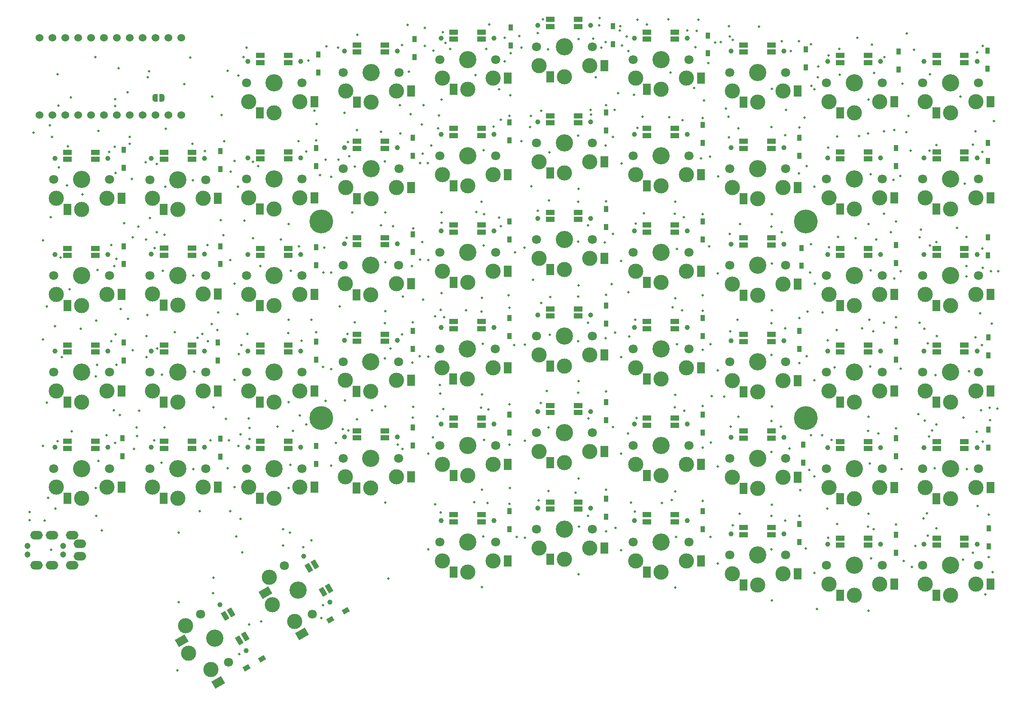
<source format=gts>
G04 #@! TF.GenerationSoftware,KiCad,Pcbnew,8.0.6*
G04 #@! TF.CreationDate,2025-03-07T23:33:48+01:00*
G04 #@! TF.ProjectId,NomadKeyboard,4e6f6d61-644b-4657-9962-6f6172642e6b,rev?*
G04 #@! TF.SameCoordinates,Original*
G04 #@! TF.FileFunction,Soldermask,Top*
G04 #@! TF.FilePolarity,Negative*
%FSLAX46Y46*%
G04 Gerber Fmt 4.6, Leading zero omitted, Abs format (unit mm)*
G04 Created by KiCad (PCBNEW 8.0.6) date 2025-03-07 23:33:48*
%MOMM*%
%LPD*%
G01*
G04 APERTURE LIST*
G04 Aperture macros list*
%AMRotRect*
0 Rectangle, with rotation*
0 The origin of the aperture is its center*
0 $1 length*
0 $2 width*
0 $3 Rotation angle, in degrees counterclockwise*
0 Add horizontal line*
21,1,$1,$2,0,0,$3*%
%AMFreePoly0*
4,1,19,0.500000,-0.750000,0.000000,-0.750000,0.000000,-0.744911,-0.071157,-0.744911,-0.207708,-0.704816,-0.327430,-0.627875,-0.420627,-0.520320,-0.479746,-0.390866,-0.500000,-0.250000,-0.500000,0.250000,-0.479746,0.390866,-0.420627,0.520320,-0.327430,0.627875,-0.207708,0.704816,-0.071157,0.744911,0.000000,0.744911,0.000000,0.750000,0.500000,0.750000,0.500000,-0.750000,0.500000,-0.750000,
$1*%
%AMFreePoly1*
4,1,19,0.000000,0.744911,0.071157,0.744911,0.207708,0.704816,0.327430,0.627875,0.420627,0.520320,0.479746,0.390866,0.500000,0.250000,0.500000,-0.250000,0.479746,-0.390866,0.420627,-0.520320,0.327430,-0.627875,0.207708,-0.704816,0.071157,-0.744911,0.000000,-0.744911,0.000000,-0.750000,-0.500000,-0.750000,-0.500000,0.750000,0.000000,0.750000,0.000000,0.744911,0.000000,0.744911,
$1*%
G04 Aperture macros list end*
%ADD10C,1.200000*%
%ADD11O,2.500000X1.700000*%
%ADD12R,0.950000X1.300000*%
%ADD13RotRect,1.300000X0.950000X210.000000*%
%ADD14C,1.800000*%
%ADD15C,1.000000*%
%ADD16C,3.000000*%
%ADD17C,3.400000*%
%ADD18R,1.700000X1.000000*%
%ADD19R,1.600000X2.200000*%
%ADD20RotRect,1.700000X1.000000X120.000000*%
%ADD21RotRect,1.600000X2.200000X120.000000*%
%ADD22C,4.700000*%
%ADD23FreePoly0,0.000000*%
%ADD24FreePoly1,0.000000*%
%ADD25C,1.524000*%
%ADD26C,0.500000*%
G04 APERTURE END LIST*
D10*
X52839120Y-126177640D03*
X59839120Y-126177640D03*
X52839120Y-124427640D03*
X59839120Y-124427640D03*
D11*
X61639120Y-128277640D03*
X61639120Y-122327640D03*
X57639120Y-128277640D03*
X57639120Y-122327640D03*
X54639120Y-128277640D03*
X54639120Y-122327640D03*
X63139120Y-126527640D03*
X63139120Y-124077640D03*
D12*
X109759120Y-46007640D03*
X109759120Y-49557640D03*
X128809120Y-43967640D03*
X128809120Y-47517640D03*
X147859100Y-40930100D03*
X147859100Y-44480100D03*
X166919120Y-38927640D03*
X166919120Y-42477640D03*
X185949120Y-41417640D03*
X185949120Y-44967640D03*
X205009120Y-43947640D03*
X205009120Y-47497640D03*
X109738200Y-84130300D03*
X109738200Y-87680300D03*
D13*
X99091315Y-146770140D03*
X96016925Y-148545140D03*
X115581315Y-137230140D03*
X112506925Y-139005140D03*
D12*
X147859100Y-117630100D03*
X147859100Y-121180100D03*
D14*
X106989100Y-52102600D03*
D15*
X106709100Y-47902600D03*
D16*
X106489100Y-55802600D03*
X101489100Y-58002600D03*
D17*
X101489100Y-52102600D03*
D16*
X96489100Y-55802600D03*
D15*
X96269100Y-47902600D03*
D14*
X95989100Y-52102600D03*
D18*
X98739100Y-48103600D03*
X98739100Y-46703600D03*
X104239100Y-46703600D03*
X104239100Y-48103600D03*
D19*
X98689100Y-58002600D03*
X109389100Y-55802600D03*
D14*
X164150000Y-45000000D03*
D15*
X163870000Y-40800000D03*
D16*
X163650000Y-48700000D03*
X158650000Y-50900000D03*
D17*
X158650000Y-45000000D03*
D16*
X153650000Y-48700000D03*
D15*
X153430000Y-40800000D03*
D14*
X153150000Y-45000000D03*
D18*
X155900000Y-41001000D03*
X155900000Y-39601000D03*
X161400000Y-39601000D03*
X161400000Y-41001000D03*
D19*
X155850000Y-50900000D03*
X166550000Y-48700000D03*
D14*
X106989100Y-90202600D03*
D15*
X106709100Y-86002600D03*
D16*
X106489100Y-93902600D03*
X101489100Y-96102600D03*
D17*
X101489100Y-90202600D03*
D16*
X96489100Y-93902600D03*
D15*
X96269100Y-86002600D03*
D14*
X95989100Y-90202600D03*
D18*
X98739100Y-86203600D03*
X98739100Y-84803600D03*
X104239100Y-84803600D03*
X104239100Y-86203600D03*
D19*
X98689100Y-96102600D03*
X109389100Y-93902600D03*
D14*
X126039100Y-69052600D03*
D15*
X125759100Y-64852600D03*
D16*
X125539100Y-72752600D03*
X120539100Y-74952600D03*
D17*
X120539100Y-69052600D03*
D16*
X115539100Y-72752600D03*
D15*
X115319100Y-64852600D03*
D14*
X115039100Y-69052600D03*
D18*
X117789100Y-65053600D03*
X117789100Y-63653600D03*
X123289100Y-63653600D03*
X123289100Y-65053600D03*
D19*
X117739100Y-74952600D03*
X128439100Y-72752600D03*
D14*
X108973700Y-137910740D03*
D15*
X112471007Y-135568253D03*
D16*
X105519406Y-139327727D03*
X101114150Y-136097600D03*
D17*
X106223700Y-133147600D03*
D16*
X100519406Y-130667473D03*
D15*
X107251007Y-126526947D03*
D14*
X103473700Y-128384460D03*
D20*
X108311936Y-128766530D03*
X109524371Y-128066530D03*
X112274371Y-132829670D03*
X111061936Y-133529670D03*
D21*
X99714150Y-133672729D03*
X106969406Y-141839201D03*
D14*
X164150000Y-102150000D03*
D15*
X163870000Y-97950000D03*
D16*
X163650000Y-105850000D03*
X158650000Y-108050000D03*
D17*
X158650000Y-102150000D03*
D16*
X153650000Y-105850000D03*
D15*
X153430000Y-97950000D03*
D14*
X153150000Y-102150000D03*
D18*
X155900000Y-98151000D03*
X155900000Y-96751000D03*
X161400000Y-96751000D03*
X161400000Y-98151000D03*
D19*
X155850000Y-108050000D03*
X166550000Y-105850000D03*
D14*
X202250000Y-107202600D03*
D15*
X201970000Y-103002600D03*
D16*
X201750000Y-110902600D03*
X196750000Y-113102600D03*
D17*
X196750000Y-107202600D03*
D16*
X191750000Y-110902600D03*
D15*
X191530000Y-103002600D03*
D14*
X191250000Y-107202600D03*
D18*
X194000000Y-103203600D03*
X194000000Y-101803600D03*
X199500000Y-101803600D03*
X199500000Y-103203600D03*
D19*
X193950000Y-113102600D03*
X204650000Y-110902600D03*
D14*
X164149100Y-121202600D03*
D15*
X163869100Y-117002600D03*
D16*
X163649100Y-124902600D03*
X158649100Y-127102600D03*
D17*
X158649100Y-121202600D03*
D16*
X153649100Y-124902600D03*
D15*
X153429100Y-117002600D03*
D14*
X153149100Y-121202600D03*
D18*
X155899100Y-117203600D03*
X155899100Y-115803600D03*
X161399100Y-115803600D03*
X161399100Y-117203600D03*
D19*
X155849100Y-127102600D03*
X166549100Y-124902600D03*
D14*
X202249100Y-69102600D03*
D15*
X201969100Y-64902600D03*
D16*
X201749100Y-72802600D03*
X196749100Y-75002600D03*
D17*
X196749100Y-69102600D03*
D16*
X191749100Y-72802600D03*
D15*
X191529100Y-64902600D03*
D14*
X191249100Y-69102600D03*
D18*
X193999100Y-65103600D03*
X193999100Y-63703600D03*
X199499100Y-63703600D03*
X199499100Y-65103600D03*
D19*
X193949100Y-75002600D03*
X204649100Y-72802600D03*
D14*
X221299100Y-90202600D03*
D15*
X221019100Y-86002600D03*
D16*
X220799100Y-93902600D03*
X215799100Y-96102600D03*
D17*
X215799100Y-90202600D03*
D16*
X210799100Y-93902600D03*
D15*
X210579100Y-86002600D03*
D14*
X210299100Y-90202600D03*
D18*
X213049100Y-86203600D03*
X213049100Y-84803600D03*
X218549100Y-84803600D03*
X218549100Y-86203600D03*
D19*
X212999100Y-96102600D03*
X223699100Y-93902600D03*
D14*
X221299100Y-109252600D03*
D15*
X221019100Y-105052600D03*
D16*
X220799100Y-112952600D03*
X215799100Y-115152600D03*
D17*
X215799100Y-109252600D03*
D16*
X210799100Y-112952600D03*
D15*
X210579100Y-105052600D03*
D14*
X210299100Y-109252600D03*
D18*
X213049100Y-105253600D03*
X213049100Y-103853600D03*
X218549100Y-103853600D03*
X218549100Y-105253600D03*
D19*
X212999100Y-115152600D03*
X223699100Y-112952600D03*
D22*
X206275000Y-60475000D03*
D12*
X109779120Y-65557640D03*
X109779120Y-69107640D03*
X128809120Y-62957640D03*
X128809120Y-66507640D03*
X147869100Y-60487600D03*
X147869100Y-64037600D03*
X166909100Y-57967600D03*
X166909100Y-61517600D03*
X185969100Y-60460100D03*
X185969100Y-64010100D03*
X205409120Y-65667640D03*
X205409120Y-69217640D03*
D14*
X183199100Y-47502600D03*
D15*
X182919100Y-43302600D03*
D16*
X182699100Y-51202600D03*
X177699100Y-53402600D03*
D17*
X177699100Y-47502600D03*
D16*
X172699100Y-51202600D03*
D15*
X172479100Y-43302600D03*
D14*
X172199100Y-47502600D03*
D18*
X174949100Y-43503600D03*
X174949100Y-42103600D03*
X180449100Y-42103600D03*
X180449100Y-43503600D03*
D19*
X174899100Y-53402600D03*
X185599100Y-51202600D03*
D14*
X164149100Y-64052600D03*
D15*
X163869100Y-59852600D03*
D16*
X163649100Y-67752600D03*
X158649100Y-69952600D03*
D17*
X158649100Y-64052600D03*
D16*
X153649100Y-67752600D03*
D15*
X153429100Y-59852600D03*
D14*
X153149100Y-64052600D03*
D18*
X155899100Y-60053600D03*
X155899100Y-58653600D03*
X161399100Y-58653600D03*
X161399100Y-60053600D03*
D19*
X155849100Y-69952600D03*
X166549100Y-67752600D03*
D14*
X145099100Y-66552600D03*
D15*
X144819100Y-62352600D03*
D16*
X144599100Y-70252600D03*
X139599100Y-72452600D03*
D17*
X139599100Y-66552600D03*
D16*
X134599100Y-70252600D03*
D15*
X134379100Y-62352600D03*
D14*
X134099100Y-66552600D03*
D18*
X136849100Y-62553600D03*
X136849100Y-61153600D03*
X142349100Y-61153600D03*
X142349100Y-62553600D03*
D19*
X136799100Y-72452600D03*
X147499100Y-70252600D03*
D14*
X183199100Y-85601600D03*
D15*
X182919100Y-81401600D03*
D16*
X182699100Y-89301600D03*
X177699100Y-91501600D03*
D17*
X177699100Y-85601600D03*
D16*
X172699100Y-89301600D03*
D15*
X172479100Y-81401600D03*
D14*
X172199100Y-85601600D03*
D18*
X174949100Y-81602600D03*
X174949100Y-80202600D03*
X180449100Y-80202600D03*
X180449100Y-81602600D03*
D19*
X174899100Y-91501600D03*
X185599100Y-89301600D03*
D14*
X202249100Y-50051600D03*
D15*
X201969100Y-45851600D03*
D16*
X201749100Y-53751600D03*
X196749100Y-55951600D03*
D17*
X196749100Y-50051600D03*
D16*
X191749100Y-53751600D03*
D15*
X191529100Y-45851600D03*
D14*
X191249100Y-50051600D03*
D18*
X193999100Y-46052600D03*
X193999100Y-44652600D03*
X199499100Y-44652600D03*
X199499100Y-46052600D03*
D19*
X193949100Y-55951600D03*
X204649100Y-53751600D03*
D14*
X106989100Y-71148400D03*
D15*
X106709100Y-66948400D03*
D16*
X106489100Y-74848400D03*
X101489100Y-77048400D03*
D17*
X101489100Y-71148400D03*
D16*
X96489100Y-74848400D03*
D15*
X96269100Y-66948400D03*
D14*
X95989100Y-71148400D03*
D18*
X98739100Y-67149400D03*
X98739100Y-65749400D03*
X104239100Y-65749400D03*
X104239100Y-67149400D03*
D19*
X98689100Y-77048400D03*
X109389100Y-74848400D03*
D14*
X221299100Y-128301600D03*
D15*
X221019100Y-124101600D03*
D16*
X220799100Y-132001600D03*
X215799100Y-134201600D03*
D17*
X215799100Y-128301600D03*
D16*
X210799100Y-132001600D03*
D15*
X210579100Y-124101600D03*
D14*
X210299100Y-128301600D03*
D18*
X213049100Y-124302600D03*
X213049100Y-122902600D03*
X218549100Y-122902600D03*
X218549100Y-124302600D03*
D19*
X212999100Y-134201600D03*
X223699100Y-132001600D03*
D14*
X183199100Y-66551600D03*
D15*
X182919100Y-62351600D03*
D16*
X182699100Y-70251600D03*
X177699100Y-72451600D03*
D17*
X177699100Y-66551600D03*
D16*
X172699100Y-70251600D03*
D15*
X172479100Y-62351600D03*
D14*
X172199100Y-66551600D03*
D18*
X174949100Y-62552600D03*
X174949100Y-61152600D03*
X180449100Y-61152600D03*
X180449100Y-62552600D03*
D19*
X174899100Y-72451600D03*
X185599100Y-70251600D03*
D14*
X183200000Y-104650000D03*
D15*
X182920000Y-100450000D03*
D16*
X182700000Y-108350000D03*
X177700000Y-110550000D03*
D17*
X177700000Y-104650000D03*
D16*
X172700000Y-108350000D03*
D15*
X172480000Y-100450000D03*
D14*
X172200000Y-104650000D03*
D18*
X174950000Y-100651000D03*
X174950000Y-99251000D03*
X180450000Y-99251000D03*
X180450000Y-100651000D03*
D19*
X174900000Y-110550000D03*
X185600000Y-108350000D03*
D14*
X202249100Y-126252600D03*
D15*
X201969100Y-122052600D03*
D16*
X201749100Y-129952600D03*
X196749100Y-132152600D03*
D17*
X196749100Y-126252600D03*
D16*
X191749100Y-129952600D03*
D15*
X191529100Y-122052600D03*
D14*
X191249100Y-126252600D03*
D18*
X193999100Y-122253600D03*
X193999100Y-120853600D03*
X199499100Y-120853600D03*
X199499100Y-122253600D03*
D19*
X193949100Y-132152600D03*
X204649100Y-129952600D03*
D14*
X164149100Y-83102600D03*
D15*
X163869100Y-78902600D03*
D16*
X163649100Y-86802600D03*
X158649100Y-89002600D03*
D17*
X158649100Y-83102600D03*
D16*
X153649100Y-86802600D03*
D15*
X153429100Y-78902600D03*
D14*
X153149100Y-83102600D03*
D18*
X155899100Y-79103600D03*
X155899100Y-77703600D03*
X161399100Y-77703600D03*
X161399100Y-79103600D03*
D19*
X155849100Y-89002600D03*
X166549100Y-86802600D03*
D14*
X145100000Y-47500000D03*
D15*
X144820000Y-43300000D03*
D16*
X144600000Y-51200000D03*
X139600000Y-53400000D03*
D17*
X139600000Y-47500000D03*
D16*
X134600000Y-51200000D03*
D15*
X134380000Y-43300000D03*
D14*
X134100000Y-47500000D03*
D18*
X136850000Y-43501000D03*
X136850000Y-42101000D03*
X142350000Y-42101000D03*
X142350000Y-43501000D03*
D19*
X136800000Y-53400000D03*
X147500000Y-51200000D03*
D12*
X166909100Y-115117600D03*
X166909100Y-118667600D03*
D14*
X126039100Y-88102600D03*
D15*
X125759100Y-83902600D03*
D16*
X125539100Y-91802600D03*
X120539100Y-94002600D03*
D17*
X120539100Y-88102600D03*
D16*
X115539100Y-91802600D03*
D15*
X115319100Y-83902600D03*
D14*
X115039100Y-88102600D03*
D18*
X117789100Y-84103600D03*
X117789100Y-82703600D03*
X123289100Y-82703600D03*
X123289100Y-84103600D03*
D19*
X117739100Y-94002600D03*
X128439100Y-91802600D03*
D22*
X206275000Y-99225000D03*
D12*
X147849100Y-79530100D03*
X147849100Y-83080100D03*
X166919100Y-77037600D03*
X166919100Y-80587600D03*
X185929100Y-79537600D03*
X185929100Y-83087600D03*
X205009100Y-82017600D03*
X205009100Y-85567600D03*
X185959100Y-117630100D03*
X185959100Y-121180100D03*
X204999100Y-120127600D03*
X204999100Y-123677600D03*
X205769120Y-104447640D03*
X205769120Y-107997640D03*
X128789100Y-101087600D03*
X128789100Y-104637600D03*
X147849100Y-98580100D03*
X147849100Y-102130100D03*
X166909100Y-96080100D03*
X166909100Y-99630100D03*
X185949120Y-98562640D03*
X185949120Y-102112640D03*
X128799100Y-82027600D03*
X128799100Y-85577600D03*
X224049100Y-122246600D03*
X224049100Y-125796600D03*
D14*
X126039100Y-107151600D03*
D15*
X125759100Y-102951600D03*
D16*
X125539100Y-110851600D03*
X120539100Y-113051600D03*
D17*
X120539100Y-107151600D03*
D16*
X115539100Y-110851600D03*
D15*
X115319100Y-102951600D03*
D14*
X115039100Y-107151600D03*
D18*
X117789100Y-103152600D03*
X117789100Y-101752600D03*
X123289100Y-101752600D03*
X123289100Y-103152600D03*
D19*
X117739100Y-113051600D03*
X128439100Y-110851600D03*
D22*
X110775000Y-60475000D03*
X110775000Y-99225000D03*
D14*
X240299100Y-128301600D03*
D15*
X240019100Y-124101600D03*
D16*
X239799100Y-132001600D03*
X234799100Y-134201600D03*
D17*
X234799100Y-128301600D03*
D16*
X229799100Y-132001600D03*
D15*
X229579100Y-124101600D03*
D14*
X229299100Y-128301600D03*
D18*
X232049100Y-124302600D03*
X232049100Y-122902600D03*
X237549100Y-122902600D03*
X237549100Y-124302600D03*
D19*
X231999100Y-134201600D03*
X242699100Y-132001600D03*
D12*
X242339120Y-121027640D03*
X242339120Y-124577640D03*
D14*
X87989120Y-90202640D03*
D15*
X87709120Y-86002640D03*
D16*
X87489120Y-93902640D03*
X82489120Y-96102640D03*
D17*
X82489120Y-90202640D03*
D16*
X77489120Y-93902640D03*
D15*
X77269120Y-86002640D03*
D14*
X76989120Y-90202640D03*
D18*
X79739120Y-86203640D03*
X79739120Y-84803640D03*
X85239120Y-84803640D03*
X85239120Y-86203640D03*
D19*
X79689120Y-96102640D03*
X90389120Y-93902640D03*
D14*
X221299100Y-71151600D03*
D15*
X221019100Y-66951600D03*
D16*
X220799100Y-74851600D03*
X215799100Y-77051600D03*
D17*
X215799100Y-71151600D03*
D16*
X210799100Y-74851600D03*
D15*
X210579100Y-66951600D03*
D14*
X210299100Y-71151600D03*
D18*
X213049100Y-67152600D03*
X213049100Y-65752600D03*
X218549100Y-65752600D03*
X218549100Y-67152600D03*
D19*
X212999100Y-77051600D03*
X223699100Y-74851600D03*
D12*
X224539120Y-26952640D03*
X224539120Y-30502640D03*
D14*
X87989120Y-71102640D03*
D15*
X87709120Y-66902640D03*
D16*
X87489120Y-74802640D03*
X82489120Y-77002640D03*
D17*
X82489120Y-71102640D03*
D16*
X77489120Y-74802640D03*
D15*
X77269120Y-66902640D03*
D14*
X76989120Y-71102640D03*
D18*
X79739120Y-67103640D03*
X79739120Y-65703640D03*
X85239120Y-65703640D03*
X85239120Y-67103640D03*
D19*
X79689120Y-77002640D03*
X90389120Y-74802640D03*
D12*
X242239120Y-101527640D03*
X242239120Y-105077640D03*
D14*
X106989100Y-109202600D03*
D15*
X106709100Y-105002600D03*
D16*
X106489100Y-112902600D03*
X101489100Y-115102600D03*
D17*
X101489100Y-109202600D03*
D16*
X96489100Y-112902600D03*
D15*
X96269100Y-105002600D03*
D14*
X95989100Y-109202600D03*
D18*
X98739100Y-105203600D03*
X98739100Y-103803600D03*
X104239100Y-103803600D03*
X104239100Y-105203600D03*
D19*
X98689100Y-115102600D03*
X109389100Y-112902600D03*
D12*
X110139120Y-27552640D03*
X110139120Y-31102640D03*
X71539120Y-103227640D03*
X71539120Y-106777640D03*
X186939120Y-23752640D03*
X186939120Y-27302640D03*
D14*
X164150000Y-26000000D03*
D15*
X163870000Y-21800000D03*
D16*
X163650000Y-29700000D03*
X158650000Y-31900000D03*
D17*
X158650000Y-26000000D03*
D16*
X153650000Y-29700000D03*
D15*
X153430000Y-21800000D03*
D14*
X153150000Y-26000000D03*
D18*
X155900000Y-22001000D03*
X155900000Y-20601000D03*
X161400000Y-20601000D03*
X161400000Y-22001000D03*
D19*
X155850000Y-31900000D03*
X166550000Y-29700000D03*
D14*
X240299100Y-71151600D03*
D15*
X240019100Y-66951600D03*
D16*
X239799100Y-74851600D03*
X234799100Y-77051600D03*
D17*
X234799100Y-71151600D03*
D16*
X229799100Y-74851600D03*
D15*
X229579100Y-66951600D03*
D14*
X229299100Y-71151600D03*
D18*
X232049100Y-67152600D03*
X232049100Y-65752600D03*
X237549100Y-65752600D03*
X237549100Y-67152600D03*
D19*
X231999100Y-77051600D03*
X242699100Y-74851600D03*
D14*
X202249100Y-88152600D03*
D15*
X201969100Y-83952600D03*
D16*
X201749100Y-91852600D03*
X196749100Y-94052600D03*
D17*
X196749100Y-88152600D03*
D16*
X191749100Y-91852600D03*
D15*
X191529100Y-83952600D03*
D14*
X191249100Y-88152600D03*
D18*
X193999100Y-84153600D03*
X193999100Y-82753600D03*
X199499100Y-82753600D03*
X199499100Y-84153600D03*
D19*
X193949100Y-94052600D03*
X204649100Y-91852600D03*
D12*
X224059100Y-84156600D03*
X224059100Y-87706600D03*
X71839120Y-84327640D03*
X71839120Y-87877640D03*
D14*
X68999120Y-109202640D03*
D15*
X68719120Y-105002640D03*
D16*
X68499120Y-112902640D03*
X63499120Y-115102640D03*
D17*
X63499120Y-109202640D03*
D16*
X58499120Y-112902640D03*
D15*
X58279120Y-105002640D03*
D14*
X57999120Y-109202640D03*
D18*
X60749120Y-105203640D03*
X60749120Y-103803640D03*
X66249120Y-103803640D03*
X66249120Y-105203640D03*
D19*
X60699120Y-115102640D03*
X71399120Y-112902640D03*
D14*
X240299100Y-109252600D03*
D15*
X240019100Y-105052600D03*
D16*
X239799100Y-112952600D03*
X234799100Y-115152600D03*
D17*
X234799100Y-109252600D03*
D16*
X229799100Y-112952600D03*
D15*
X229579100Y-105052600D03*
D14*
X229299100Y-109252600D03*
D18*
X232049100Y-105253600D03*
X232049100Y-103853600D03*
X237549100Y-103853600D03*
X237549100Y-105253600D03*
D19*
X231999100Y-115152600D03*
X242699100Y-112952600D03*
D12*
X206239120Y-26527640D03*
X206239120Y-30077640D03*
D14*
X145100000Y-28500000D03*
D15*
X144820000Y-24300000D03*
D16*
X144600000Y-32200000D03*
X139600000Y-34400000D03*
D17*
X139600000Y-28500000D03*
D16*
X134600000Y-32200000D03*
D15*
X134380000Y-24300000D03*
D14*
X134100000Y-28500000D03*
D18*
X136850000Y-24501000D03*
X136850000Y-23101000D03*
X142350000Y-23101000D03*
X142350000Y-24501000D03*
D19*
X136800000Y-34400000D03*
X147500000Y-32200000D03*
D14*
X126049100Y-31052600D03*
D15*
X125769100Y-26852600D03*
D16*
X125549100Y-34752600D03*
X120549100Y-36952600D03*
D17*
X120549100Y-31052600D03*
D16*
X115549100Y-34752600D03*
D15*
X115329100Y-26852600D03*
D14*
X115049100Y-31052600D03*
D18*
X117799100Y-27053600D03*
X117799100Y-25653600D03*
X123299100Y-25653600D03*
X123299100Y-27053600D03*
D19*
X117749100Y-36952600D03*
X128449100Y-34752600D03*
D14*
X145089100Y-85602600D03*
D15*
X144809100Y-81402600D03*
D16*
X144589100Y-89302600D03*
X139589100Y-91502600D03*
D17*
X139589100Y-85602600D03*
D16*
X134589100Y-89302600D03*
D15*
X134369100Y-81402600D03*
D14*
X134089100Y-85602600D03*
D18*
X136839100Y-81603600D03*
X136839100Y-80203600D03*
X142339100Y-80203600D03*
X142339100Y-81603600D03*
D19*
X136789100Y-91502600D03*
X147489100Y-89302600D03*
D12*
X90339120Y-84327640D03*
X90339120Y-87877640D03*
X242039120Y-26727640D03*
X242039120Y-30277640D03*
D14*
X183199100Y-28502600D03*
D15*
X182919100Y-24302600D03*
D16*
X182699100Y-32202600D03*
X177699100Y-34402600D03*
D17*
X177699100Y-28502600D03*
D16*
X172699100Y-32202600D03*
D15*
X172479100Y-24302600D03*
D14*
X172199100Y-28502600D03*
D18*
X174949100Y-24503600D03*
X174949100Y-23103600D03*
X180449100Y-23103600D03*
X180449100Y-24503600D03*
D19*
X174899100Y-34402600D03*
X185599100Y-32202600D03*
D12*
X168239120Y-21952640D03*
X168239120Y-25502640D03*
D14*
X68989120Y-52191100D03*
D15*
X68709120Y-47991100D03*
D16*
X68489120Y-55891100D03*
X63489120Y-58091100D03*
D17*
X63489120Y-52191100D03*
D16*
X58489120Y-55891100D03*
D15*
X58269120Y-47991100D03*
D14*
X57989120Y-52191100D03*
D18*
X60739120Y-48192100D03*
X60739120Y-46792100D03*
X66239120Y-46792100D03*
X66239120Y-48192100D03*
D19*
X60689120Y-58091100D03*
X71389120Y-55891100D03*
D12*
X71839120Y-65327640D03*
X71839120Y-68877640D03*
D14*
X221299100Y-52102600D03*
D15*
X221019100Y-47902600D03*
D16*
X220799100Y-55802600D03*
X215799100Y-58002600D03*
D17*
X215799100Y-52102600D03*
D16*
X210799100Y-55802600D03*
D15*
X210579100Y-47902600D03*
D14*
X210299100Y-52102600D03*
D18*
X213049100Y-48103600D03*
X213049100Y-46703600D03*
X218549100Y-46703600D03*
X218549100Y-48103600D03*
D19*
X212999100Y-58002600D03*
X223699100Y-55802600D03*
D12*
X242139120Y-63627640D03*
X242139120Y-67177640D03*
X109739120Y-104727640D03*
X109739120Y-108277640D03*
D23*
X78039120Y-36102640D03*
D24*
X79339120Y-36102640D03*
D25*
X55239120Y-24182640D03*
X57779120Y-24182640D03*
X60319120Y-24182640D03*
X62859120Y-24182640D03*
X65399120Y-24182640D03*
X67939120Y-24182640D03*
X70479120Y-24182640D03*
X73019120Y-24182640D03*
X75559120Y-24182640D03*
X78099120Y-24182640D03*
X80639120Y-24182640D03*
X83179120Y-24182640D03*
X83179120Y-39422640D03*
X80639120Y-39422640D03*
X78099120Y-39422640D03*
X75559120Y-39422640D03*
X73019120Y-39422640D03*
X70479120Y-39422640D03*
X67939120Y-39422640D03*
X65399120Y-39422640D03*
X62859120Y-39422640D03*
X60319120Y-39422640D03*
X57779120Y-39422640D03*
X55239120Y-39422640D03*
D12*
X129139120Y-24452640D03*
X129139120Y-28002640D03*
D14*
X240299100Y-52102600D03*
D15*
X240019100Y-47902600D03*
D16*
X239799100Y-55802600D03*
X234799100Y-58002600D03*
D17*
X234799100Y-52102600D03*
D16*
X229799100Y-55802600D03*
D15*
X229579100Y-47902600D03*
D14*
X229299100Y-52102600D03*
D18*
X232049100Y-48103600D03*
X232049100Y-46703600D03*
X237549100Y-46703600D03*
X237549100Y-48103600D03*
D19*
X231999100Y-58002600D03*
X242699100Y-55802600D03*
D12*
X224059100Y-103196600D03*
X224059100Y-106746600D03*
D14*
X87989120Y-109202640D03*
D15*
X87709120Y-105002640D03*
D16*
X87489120Y-112902640D03*
X82489120Y-115102640D03*
D17*
X82489120Y-109202640D03*
D16*
X77489120Y-112902640D03*
D15*
X77269120Y-105002640D03*
D14*
X76989120Y-109202640D03*
D18*
X79739120Y-105203640D03*
X79739120Y-103803640D03*
X85239120Y-103803640D03*
X85239120Y-105203640D03*
D19*
X79689120Y-115102640D03*
X90389120Y-112902640D03*
D14*
X145099100Y-104652600D03*
D15*
X144819100Y-100452600D03*
D16*
X144599100Y-108352600D03*
X139599100Y-110552600D03*
D17*
X139599100Y-104652600D03*
D16*
X134599100Y-108352600D03*
D15*
X134379100Y-100452600D03*
D14*
X134099100Y-104652600D03*
D18*
X136849100Y-100653600D03*
X136849100Y-99253600D03*
X142349100Y-99253600D03*
X142349100Y-100653600D03*
D19*
X136799100Y-110552600D03*
X147499100Y-108352600D03*
D14*
X68999120Y-90202640D03*
D15*
X68719120Y-86002640D03*
D16*
X68499120Y-93902640D03*
X63499120Y-96102640D03*
D17*
X63499120Y-90202640D03*
D16*
X58499120Y-93902640D03*
D15*
X58279120Y-86002640D03*
D14*
X57999120Y-90202640D03*
D18*
X60749120Y-86203640D03*
X60749120Y-84803640D03*
X66249120Y-84803640D03*
X66249120Y-86203640D03*
D19*
X60699120Y-96102640D03*
X71399120Y-93902640D03*
D12*
X71839120Y-46327640D03*
X71839120Y-49877640D03*
X90839120Y-103327640D03*
X90839120Y-106877640D03*
D14*
X221299100Y-33102600D03*
D15*
X221019100Y-28902600D03*
D16*
X220799100Y-36802600D03*
X215799100Y-39002600D03*
D17*
X215799100Y-33102600D03*
D16*
X210799100Y-36802600D03*
D15*
X210579100Y-28902600D03*
D14*
X210299100Y-33102600D03*
D18*
X213049100Y-29103600D03*
X213049100Y-27703600D03*
X218549100Y-27703600D03*
X218549100Y-29103600D03*
D19*
X212999100Y-39002600D03*
X223699100Y-36802600D03*
D14*
X202249100Y-31051600D03*
D15*
X201969100Y-26851600D03*
D16*
X201749100Y-34751600D03*
X196749100Y-36951600D03*
D17*
X196749100Y-31051600D03*
D16*
X191749100Y-34751600D03*
D15*
X191529100Y-26851600D03*
D14*
X191249100Y-31051600D03*
D18*
X193999100Y-27052600D03*
X193999100Y-25652600D03*
X199499100Y-25652600D03*
X199499100Y-27052600D03*
D19*
X193949100Y-36951600D03*
X204649100Y-34751600D03*
D12*
X90839120Y-65327640D03*
X90839120Y-68877640D03*
X224069120Y-46017640D03*
X224069120Y-49567640D03*
X90839120Y-46552640D03*
X90839120Y-50102640D03*
X148139120Y-22227640D03*
X148139120Y-25777640D03*
D14*
X68999120Y-71148440D03*
D15*
X68719120Y-66948440D03*
D16*
X68499120Y-74848440D03*
X63499120Y-77048440D03*
D17*
X63499120Y-71148440D03*
D16*
X58499120Y-74848440D03*
D15*
X58279120Y-66948440D03*
D14*
X57999120Y-71148440D03*
D18*
X60749120Y-67149440D03*
X60749120Y-65749440D03*
X66249120Y-65749440D03*
X66249120Y-67149440D03*
D19*
X60699120Y-77048440D03*
X71399120Y-74848440D03*
D14*
X87989120Y-52202640D03*
D15*
X87709120Y-48002640D03*
D16*
X87489120Y-55902640D03*
X82489120Y-58102640D03*
D17*
X82489120Y-52202640D03*
D16*
X77489120Y-55902640D03*
D15*
X77269120Y-48002640D03*
D14*
X76989120Y-52202640D03*
D18*
X79739120Y-48203640D03*
X79739120Y-46803640D03*
X85239120Y-46803640D03*
X85239120Y-48203640D03*
D19*
X79689120Y-58102640D03*
X90389120Y-55902640D03*
D14*
X106989100Y-33102600D03*
D15*
X106709100Y-28902600D03*
D16*
X106489100Y-36802600D03*
X101489100Y-39002600D03*
D17*
X101489100Y-33102600D03*
D16*
X96489100Y-36802600D03*
D15*
X96269100Y-28902600D03*
D14*
X95989100Y-33102600D03*
D18*
X98739100Y-29103600D03*
X98739100Y-27703600D03*
X104239100Y-27703600D03*
X104239100Y-29103600D03*
D19*
X98689100Y-39002600D03*
X109389100Y-36802600D03*
D12*
X242139120Y-44927640D03*
X242139120Y-48477640D03*
D14*
X240299100Y-33102600D03*
D15*
X240019100Y-28902600D03*
D16*
X239799100Y-36802600D03*
X234799100Y-39002600D03*
D17*
X234799100Y-33102600D03*
D16*
X229799100Y-36802600D03*
D15*
X229579100Y-28902600D03*
D14*
X229299100Y-33102600D03*
D18*
X232049100Y-29103600D03*
X232049100Y-27703600D03*
X237549100Y-27703600D03*
X237549100Y-29103600D03*
D19*
X231999100Y-39002600D03*
X242699100Y-36802600D03*
D14*
X240299100Y-90202600D03*
D15*
X240019100Y-86002600D03*
D16*
X239799100Y-93902600D03*
X234799100Y-96102600D03*
D17*
X234799100Y-90202600D03*
D16*
X229799100Y-93902600D03*
D15*
X229579100Y-86002600D03*
D14*
X229299100Y-90202600D03*
D18*
X232049100Y-86203600D03*
X232049100Y-84803600D03*
X237549100Y-84803600D03*
X237549100Y-86203600D03*
D19*
X231999100Y-96102600D03*
X242699100Y-93902600D03*
D14*
X92473700Y-147437640D03*
D15*
X95971007Y-145095153D03*
D16*
X89019406Y-148854627D03*
X84614150Y-145624500D03*
D17*
X89723700Y-142674500D03*
D16*
X84019406Y-140194373D03*
D15*
X90751007Y-136053847D03*
D14*
X86973700Y-137911360D03*
D20*
X91811936Y-138293430D03*
X93024371Y-137593430D03*
X95774371Y-142356570D03*
X94561936Y-143056570D03*
D21*
X83214150Y-143199629D03*
X90469406Y-151366101D03*
D12*
X224059100Y-65096600D03*
X224059100Y-68646600D03*
D14*
X145099100Y-123701600D03*
D15*
X144819100Y-119501600D03*
D16*
X144599100Y-127401600D03*
X139599100Y-129601600D03*
D17*
X139599100Y-123701600D03*
D16*
X134599100Y-127401600D03*
D15*
X134379100Y-119501600D03*
D14*
X134099100Y-123701600D03*
D18*
X136849100Y-119702600D03*
X136849100Y-118302600D03*
X142349100Y-118302600D03*
X142349100Y-119702600D03*
D19*
X136799100Y-129601600D03*
X147499100Y-127401600D03*
D12*
X242239120Y-83327640D03*
X242239120Y-86877640D03*
D14*
X183199100Y-123702600D03*
D15*
X182919100Y-119502600D03*
D16*
X182699100Y-127402600D03*
X177699100Y-129602600D03*
D17*
X177699100Y-123702600D03*
D16*
X172699100Y-127402600D03*
D15*
X172479100Y-119502600D03*
D14*
X172199100Y-123702600D03*
D18*
X174949100Y-119703600D03*
X174949100Y-118303600D03*
X180449100Y-118303600D03*
X180449100Y-119703600D03*
D19*
X174899100Y-129602600D03*
X185599100Y-127402600D03*
D14*
X126049100Y-50052600D03*
D15*
X125769100Y-45852600D03*
D16*
X125549100Y-53752600D03*
X120549100Y-55952600D03*
D17*
X120549100Y-50052600D03*
D16*
X115549100Y-53752600D03*
D15*
X115329100Y-45852600D03*
D14*
X115049100Y-50052600D03*
D18*
X117799100Y-46053600D03*
X117799100Y-44653600D03*
X123299100Y-44653600D03*
X123299100Y-46053600D03*
D19*
X117749100Y-55952600D03*
X128449100Y-53752600D03*
D26*
X104289100Y-60942640D03*
X110529120Y-51282640D03*
X130249120Y-48972640D03*
X123349100Y-58652640D03*
X142329120Y-56572640D03*
X147859089Y-44480089D03*
X161439120Y-54032640D03*
X168259120Y-43812640D03*
X187359120Y-47642640D03*
X180499120Y-56572640D03*
X206419120Y-49542640D03*
X199539120Y-59012640D03*
X224859120Y-51512640D03*
X218649120Y-60942640D03*
X104289100Y-79882640D03*
X111179120Y-70532640D03*
X123349120Y-78162640D03*
X130269120Y-68002640D03*
X142409120Y-75527610D03*
X148909120Y-66562640D03*
X161439120Y-73112640D03*
X168279120Y-62922640D03*
X187259120Y-65372640D03*
X180499100Y-75582640D03*
X199589120Y-77952640D03*
X207129120Y-70512640D03*
X225009120Y-70312640D03*
X218799120Y-79862640D03*
X111139120Y-89122640D03*
X104289100Y-96102620D03*
X130179120Y-87052640D03*
X123339100Y-96922640D03*
X142389100Y-94562640D03*
X148779120Y-84802640D03*
X161449100Y-91962620D03*
X168669120Y-82342640D03*
X180499100Y-94642640D03*
X187459120Y-84642640D03*
X199549100Y-96962640D03*
X206449120Y-87032640D03*
X218599100Y-98952640D03*
X224969120Y-89522640D03*
X82404120Y-149027640D03*
X96016925Y-148545092D03*
X128789100Y-104637564D03*
X123339100Y-115922640D03*
X147859120Y-104472640D03*
X142399100Y-113412640D03*
X168249120Y-101022640D03*
X161450000Y-111212640D03*
X187569120Y-104082640D03*
X180500000Y-113672640D03*
X199559120Y-116342640D03*
X206949120Y-109472640D03*
X59044620Y-49808140D03*
X93649120Y-48482640D03*
X192979120Y-42082640D03*
X230539120Y-102902640D03*
X230739120Y-65202640D03*
X59614370Y-87172890D03*
X212429120Y-120182640D03*
X130669120Y-64532640D03*
X79839120Y-101102640D03*
X95039120Y-84803600D03*
X113609120Y-104162640D03*
X89494120Y-130747640D03*
X230699195Y-31442565D03*
X171809120Y-115932640D03*
X55939120Y-64202640D03*
X79839120Y-63102640D03*
X212659120Y-63482640D03*
X133209120Y-116212640D03*
X114039124Y-26202640D03*
X97279120Y-63742640D03*
X134229120Y-94422640D03*
X114139120Y-48242640D03*
X191244349Y-23931640D03*
X155559120Y-113642640D03*
X107214120Y-124737640D03*
X128869120Y-97002640D03*
X61539120Y-101852640D03*
X114959120Y-101402640D03*
X193269120Y-118072640D03*
X76839120Y-30802640D03*
X134489120Y-58712640D03*
X209459120Y-102632640D03*
X155669120Y-56342640D03*
X192779120Y-79802640D03*
X230639120Y-46502640D03*
X134839120Y-97492640D03*
X208739120Y-29902640D03*
X72539120Y-34970640D03*
X192939120Y-99012640D03*
X212409120Y-43682640D03*
X174129120Y-39832640D03*
X155249120Y-93882640D03*
X212379120Y-81912640D03*
X174949100Y-21602638D03*
X154099120Y-38582640D03*
X96639120Y-101202640D03*
X117359120Y-80362640D03*
X174379120Y-58812640D03*
X132453120Y-45452640D03*
X230339120Y-122402640D03*
X96639120Y-103402640D03*
X76139120Y-48802644D03*
X98349120Y-49532640D03*
X132868120Y-26763759D03*
X154439120Y-20601000D03*
X171179120Y-102292640D03*
X55939120Y-83702640D03*
X111649120Y-48242640D03*
X230339120Y-84502640D03*
X92339120Y-30748640D03*
X76339120Y-87203640D03*
X70339120Y-67850640D03*
X117799100Y-42422620D03*
X117789120Y-99452640D03*
X171479120Y-83182640D03*
X193289120Y-60922640D03*
X134739120Y-23101000D03*
X134319120Y-77902640D03*
X116279120Y-47573580D03*
X155899120Y-75322640D03*
X166939120Y-121612640D03*
X94239120Y-78732640D03*
X226939120Y-46502640D03*
X130839120Y-75902640D03*
X219739120Y-31202640D03*
X225339120Y-33302640D03*
X189539120Y-25102640D03*
X185909120Y-85732640D03*
X74839120Y-97802640D03*
X199499120Y-41852640D03*
X151939120Y-41842640D03*
X76939120Y-59802640D03*
X220119120Y-64042640D03*
X185949120Y-75042640D03*
X66539120Y-88702640D03*
X210469120Y-117072640D03*
X239739120Y-42702640D03*
X80139120Y-42202640D03*
X199499120Y-61482640D03*
X114439120Y-77202640D03*
X206639120Y-78202640D03*
X133939120Y-39502640D03*
X161419120Y-64452640D03*
X244039120Y-97402640D03*
X220549120Y-102272640D03*
X133189120Y-79192640D03*
X227639120Y-26602640D03*
X131139120Y-22302640D03*
X123349120Y-68512640D03*
X61439120Y-36002640D03*
X67539120Y-121402640D03*
X208439120Y-136902640D03*
X185139120Y-20702640D03*
X203049120Y-105202640D03*
X223739120Y-71702640D03*
X111061936Y-136147640D03*
X122519120Y-42752640D03*
X104789120Y-70152640D03*
X143239120Y-26402640D03*
X244239120Y-70302640D03*
X219599120Y-82132640D03*
X199499120Y-80492640D03*
X90939120Y-60202640D03*
X57539120Y-125202640D03*
X57239120Y-41502640D03*
X212939120Y-31502640D03*
X177879120Y-115992640D03*
X161439120Y-24502640D03*
X199619120Y-68792640D03*
X206039120Y-40002640D03*
X218939120Y-89042640D03*
X76439120Y-78902640D03*
X70839120Y-30202640D03*
X79239120Y-108002640D03*
X56939120Y-115002640D03*
X231639120Y-109102640D03*
X95639120Y-60302640D03*
X227839120Y-124502640D03*
X152149120Y-53542640D03*
X185969120Y-105032640D03*
X239939120Y-101902640D03*
X204879120Y-50982640D03*
X239739120Y-83302640D03*
X70039120Y-45702640D03*
X79339120Y-90702640D03*
X211939120Y-89202640D03*
X141139120Y-31602640D03*
X115339120Y-39002640D03*
X209539120Y-78402640D03*
X146189120Y-61422640D03*
X218899120Y-108182640D03*
X123289120Y-87452640D03*
X123299120Y-48582640D03*
X123939120Y-130902640D03*
X127739120Y-21702640D03*
X219679120Y-121142640D03*
X66439120Y-118502640D03*
X68394856Y-102606640D03*
X89239120Y-35802640D03*
X165939120Y-26202640D03*
X142819120Y-103512640D03*
X161399120Y-43492640D03*
X104639120Y-108502640D03*
X96039120Y-26202640D03*
X111639120Y-95821000D03*
X92539120Y-103602640D03*
X242539120Y-97202640D03*
X201539120Y-24902640D03*
X205009120Y-88402640D03*
X231139120Y-101702640D03*
X161389120Y-94212640D03*
X146939120Y-28902640D03*
X130739120Y-47102640D03*
X86339120Y-83402640D03*
X133629120Y-98882640D03*
X224049120Y-60482640D03*
X199529120Y-105952640D03*
X54010120Y-42902640D03*
X74339120Y-101102640D03*
X116879120Y-58662640D03*
X199489120Y-118532640D03*
X161529120Y-120692640D03*
X181849120Y-77992640D03*
X228739120Y-80402640D03*
X161399120Y-75312640D03*
X226039120Y-42802640D03*
X240639120Y-78602640D03*
X182939120Y-22802640D03*
X143839120Y-21602640D03*
X56239120Y-119502640D03*
X155559120Y-101112640D03*
X71039120Y-98602640D03*
X66839120Y-107702640D03*
X226139120Y-23402640D03*
X180849120Y-84702640D03*
X85339120Y-45102640D03*
X107839120Y-46692640D03*
X92339120Y-109102640D03*
X163889120Y-38422640D03*
X147639120Y-75002640D03*
X240139120Y-116602640D03*
X91939120Y-99402640D03*
X229439120Y-119002640D03*
X171339120Y-74402640D03*
X150239120Y-26202640D03*
X165639120Y-20302640D03*
X237339120Y-99131640D03*
X152539120Y-72002640D03*
X172439120Y-35502640D03*
X168039120Y-72802640D03*
X122519120Y-61222640D03*
X58739120Y-31402640D03*
X143529120Y-116022640D03*
X123299120Y-80522640D03*
X142629120Y-84582640D03*
X105139120Y-101802640D03*
X191039120Y-39802640D03*
X219339120Y-25602640D03*
X128719120Y-88322640D03*
X171339120Y-26802640D03*
X191139120Y-21902640D03*
X106909120Y-84032640D03*
X166789120Y-83462640D03*
X199499120Y-86802640D03*
X161389120Y-84072640D03*
X130939120Y-37502640D03*
X187739120Y-94902640D03*
X170939120Y-24002640D03*
X190139120Y-95002640D03*
X180909120Y-65852640D03*
X240839120Y-97702640D03*
X221639120Y-58902640D03*
X199499120Y-125102640D03*
X142779120Y-65202640D03*
X73839120Y-105302640D03*
X109839120Y-41202640D03*
X74439120Y-102802640D03*
X103244120Y-121187640D03*
X134509120Y-74632640D03*
X148039120Y-35602640D03*
X204939120Y-24902640D03*
X125829120Y-104482640D03*
X60639120Y-53302640D03*
X166639120Y-64632640D03*
X83739120Y-33402640D03*
X128339120Y-39302640D03*
X71939120Y-60802640D03*
X84939120Y-28102640D03*
X139319120Y-78002640D03*
X130539120Y-41302640D03*
X237939120Y-63502640D03*
X58339120Y-117102640D03*
X117409120Y-49622640D03*
X66439120Y-80002640D03*
X241139120Y-69602640D03*
X53239120Y-119402640D03*
X228439120Y-98502640D03*
X228939120Y-62102640D03*
X142769120Y-46442640D03*
X219049120Y-51102640D03*
X57639120Y-43802640D03*
X103214120Y-124397640D03*
X237939120Y-69302640D03*
X160879120Y-113952640D03*
X205129120Y-113462640D03*
X142689120Y-122622640D03*
X143729120Y-97542640D03*
X243339120Y-40602640D03*
X96439120Y-99302640D03*
X66239120Y-28002640D03*
X106349120Y-65342640D03*
X161389120Y-56542640D03*
X219109120Y-126932640D03*
X80039120Y-53602640D03*
X216769120Y-43622640D03*
X66639120Y-70002640D03*
X227139120Y-128602640D03*
X66839120Y-42602640D03*
X142814120Y-59047640D03*
X166839120Y-25102640D03*
X108839120Y-79802640D03*
X242739120Y-70302640D03*
X150221000Y-44602640D03*
X94539120Y-86602640D03*
X239239120Y-125802640D03*
X79539120Y-70202640D03*
X70139120Y-37702640D03*
X58308772Y-81132988D03*
X72639120Y-79702640D03*
X182229120Y-59632640D03*
X179139120Y-20602640D03*
X155839120Y-82802640D03*
X219019120Y-70142640D03*
X231839120Y-90802640D03*
X182279120Y-97822640D03*
X94439120Y-104702640D03*
X166819120Y-45432640D03*
X134139120Y-92702640D03*
X168585120Y-38431640D03*
X88439120Y-84102640D03*
X179639120Y-31102640D03*
X185619120Y-48012640D03*
X106539120Y-98702640D03*
X208639120Y-32002640D03*
X134439120Y-36402640D03*
X76239120Y-64002640D03*
X221639120Y-42702640D03*
X126839120Y-75302640D03*
X179359120Y-39862640D03*
X53239120Y-117802640D03*
X197039120Y-22002640D03*
X186239120Y-36602640D03*
X94564120Y-145827640D03*
X180719120Y-122722640D03*
X115439120Y-95802640D03*
X128629120Y-69272640D03*
X239239120Y-45302640D03*
X144739120Y-41702640D03*
X224049120Y-79322640D03*
X147929120Y-113062640D03*
X199489120Y-99832640D03*
X120739120Y-97702640D03*
X184539120Y-26102640D03*
X58939120Y-37602640D03*
X70139120Y-36302640D03*
X108239120Y-28702640D03*
X225169120Y-109272640D03*
X218599100Y-118122640D03*
X98944120Y-139387640D03*
X112506925Y-139005116D03*
X142399120Y-132582640D03*
X149299120Y-122662640D03*
X97269120Y-48692640D03*
X102839120Y-64012620D03*
X115999120Y-44762640D03*
X126639120Y-25653600D03*
X73039120Y-43802640D03*
X128809120Y-43967622D03*
X166919120Y-37472640D03*
X109769120Y-44482640D03*
X224069120Y-46017624D03*
X73001620Y-45165140D03*
X185959120Y-40042640D03*
X91659120Y-44622640D03*
X147869120Y-39602640D03*
X205029120Y-41952640D03*
X242126620Y-44915140D03*
X70226620Y-82715140D03*
X109739120Y-82292640D03*
X204979120Y-79472640D03*
X185929120Y-78072640D03*
X147849100Y-77512640D03*
X89139120Y-80652640D03*
X242226620Y-83315140D03*
X221709120Y-80412640D03*
X166919120Y-74932640D03*
X229639120Y-81602640D03*
X128759120Y-80312640D03*
X224059120Y-81392640D03*
X133799120Y-42122640D03*
X141329120Y-58552640D03*
X152047480Y-39601000D03*
X169239120Y-35102640D03*
X165539120Y-21802640D03*
X180439120Y-58972640D03*
X173063630Y-41968130D03*
X168739120Y-120922640D03*
X161449100Y-130022620D03*
X210629120Y-45922640D03*
X216079120Y-63782640D03*
X81929120Y-82331640D03*
X90239120Y-81863640D03*
X104239120Y-82462640D03*
X78440120Y-85501640D03*
X115969120Y-82652640D03*
X124889120Y-61402640D03*
X134429120Y-60712640D03*
X142329120Y-78252640D03*
X163379120Y-61252640D03*
X154119120Y-76542640D03*
X201549120Y-62582640D03*
X191349120Y-82152640D03*
X187439120Y-122722640D03*
X180499100Y-132682640D03*
X96229120Y-82608640D03*
X102113630Y-100928130D03*
X142299120Y-97222640D03*
X135009120Y-79322640D03*
X172619120Y-79872640D03*
X180449120Y-97112640D03*
X199549120Y-135177640D03*
X206249120Y-125012640D03*
X218549120Y-101732640D03*
X210619120Y-83902640D03*
X218599100Y-137282640D03*
X225609120Y-127402640D03*
X163309120Y-118522640D03*
X134299120Y-117852640D03*
X172589120Y-117702640D03*
X202189120Y-119432640D03*
X89464120Y-133817640D03*
X110774120Y-138727640D03*
X104574120Y-121802640D03*
X126769120Y-105302640D03*
X163449120Y-99342640D03*
X153579120Y-115472640D03*
X191839120Y-120412640D03*
X201389120Y-100922640D03*
X131160120Y-25826000D03*
X131819120Y-68112640D03*
X131799120Y-48962640D03*
X131809120Y-125142640D03*
X131809120Y-87122640D03*
X131809120Y-106222640D03*
X185959120Y-58992640D03*
X111329120Y-65582640D03*
X166909120Y-56472640D03*
X228739120Y-63602640D03*
X78339120Y-62573640D03*
X91489120Y-63152640D03*
X73601620Y-63565140D03*
X223019120Y-62607640D03*
X242139120Y-63627640D03*
X145819120Y-59652640D03*
X207259120Y-64932640D03*
X128849120Y-61772640D03*
X185909120Y-96902640D03*
X229739120Y-99702642D03*
X107839120Y-100502640D03*
X207319120Y-102642640D03*
X109739120Y-104727640D03*
X147849100Y-96542620D03*
X224059120Y-101242640D03*
X242239120Y-101527640D03*
X128779120Y-99142640D03*
X90826620Y-103315140D03*
X71539120Y-103202640D03*
X166909120Y-94012640D03*
X112749120Y-89572640D03*
X112749120Y-108632640D03*
X128039120Y-30902640D03*
X112749120Y-70512640D03*
X112749100Y-51622640D03*
X115581315Y-137230114D03*
X94034120Y-122607640D03*
X99139120Y-146770140D03*
X242339120Y-121027640D03*
X166889120Y-113332640D03*
X230139120Y-118002640D03*
X205039120Y-118532640D03*
X224029120Y-120242640D03*
X147869120Y-116132640D03*
X185959120Y-115582640D03*
X108834349Y-123387411D03*
X169899120Y-68202640D03*
X169899120Y-106252640D03*
X169919120Y-49042640D03*
X170039120Y-25778600D03*
X169899120Y-125302640D03*
X169899120Y-87192640D03*
X155719120Y-46822640D03*
X150859120Y-103732640D03*
X150849120Y-65592640D03*
X155500269Y-26541491D03*
X150859120Y-84762640D03*
X150859120Y-122842640D03*
X207989120Y-53632640D03*
X223539120Y-52202640D03*
X207939120Y-34402640D03*
X207989120Y-110752640D03*
X223739120Y-42402640D03*
X207989120Y-129822640D03*
X208019120Y-72742640D03*
X207999120Y-91792640D03*
X95184120Y-125757640D03*
X94339120Y-53572640D03*
X91139120Y-39422640D03*
X93699120Y-72692640D03*
X93689120Y-91722640D03*
X93689100Y-112902600D03*
X190539120Y-38202640D03*
X188949120Y-127942640D03*
X188949120Y-108822640D03*
X188949120Y-70682640D03*
X188959120Y-51582640D03*
X188949120Y-89822640D03*
X88339120Y-65102640D03*
X92839120Y-68102640D03*
X98749120Y-69302640D03*
X60839120Y-45646850D03*
X87839120Y-46602640D03*
X59339120Y-67602640D03*
X69339120Y-84102640D03*
X90389120Y-112902640D03*
X82624120Y-135537640D03*
X86839120Y-117602640D03*
X74689120Y-61502640D03*
X82639120Y-121802640D03*
X89539120Y-97102640D03*
X90439120Y-78402640D03*
X56639120Y-96202640D03*
X57439120Y-59602640D03*
X71239120Y-77702640D03*
X69839120Y-97702640D03*
X56620120Y-77202640D03*
X55895120Y-104702640D03*
X73439120Y-52102640D03*
X70239120Y-50912100D03*
X63658350Y-55121870D03*
X61139120Y-73802640D03*
X69939120Y-69302640D03*
X70339120Y-88702640D03*
X66299120Y-91042640D03*
X85464120Y-52327640D03*
X85564120Y-71127640D03*
X85714120Y-90077640D03*
X90839120Y-106877640D03*
X85514120Y-109277640D03*
X78339120Y-49102640D03*
X106299120Y-44643580D03*
X92905610Y-50642640D03*
X92839120Y-117602640D03*
X58739120Y-103802640D03*
X94839120Y-119102640D03*
X96534120Y-139937640D03*
X69339120Y-65102640D03*
X77939120Y-65703640D03*
X87339120Y-82602640D03*
X76339120Y-83102640D03*
X63339120Y-81602640D03*
X73589120Y-85852640D03*
X115790080Y-63653600D03*
X126379120Y-43072640D03*
X153439120Y-58322640D03*
X163899120Y-39362640D03*
X202229120Y-43462640D03*
X191299120Y-62952640D03*
X179989120Y-77422640D03*
X172719120Y-60862640D03*
X210809120Y-65562640D03*
X217319120Y-81542640D03*
X116089120Y-101722640D03*
X126679120Y-82692640D03*
X124419120Y-85502640D03*
X163359120Y-80422640D03*
X154029120Y-96232640D03*
X202209120Y-81572640D03*
X191429120Y-100952640D03*
X132789120Y-103082640D03*
X140919120Y-115842640D03*
X179809120Y-115412640D03*
X172869120Y-99222640D03*
X218519120Y-120612640D03*
X211329120Y-103552640D03*
X66299120Y-113002640D03*
X71539120Y-106777640D03*
X109739120Y-108277640D03*
X104289100Y-113002640D03*
X241126620Y-25815140D03*
X188364120Y-25177640D03*
X111814120Y-25877640D03*
X207301620Y-25465140D03*
X216389119Y-24252639D03*
X224539120Y-26952640D03*
X169689120Y-21952640D03*
X149832480Y-23921000D03*
X129139106Y-24452654D03*
X109389120Y-38652640D03*
X110139120Y-31102616D03*
X129139120Y-28002622D03*
X126289120Y-37552640D03*
X145839120Y-34400000D03*
X148139120Y-27302640D03*
X168239120Y-25502660D03*
X164839120Y-32002640D03*
X184239120Y-34081600D03*
X187024100Y-29202640D03*
X206239120Y-30077660D03*
X199549100Y-34292660D03*
X224539120Y-30502600D03*
X218599100Y-36402640D03*
X236739120Y-35802640D03*
X242039100Y-30277640D03*
X237599100Y-52993821D03*
X237939120Y-71302640D03*
X242126620Y-67190140D03*
X238414120Y-89977640D03*
X238015436Y-109278956D03*
X242339120Y-126702640D03*
X241689120Y-134052640D03*
X226539120Y-39602640D03*
X243066120Y-129602640D03*
X242966120Y-80602640D03*
X236039120Y-61702640D03*
X242350927Y-118272003D03*
X242604849Y-99647369D03*
X237239120Y-127202640D03*
X210689120Y-122852640D03*
X77839120Y-103602640D03*
X70139120Y-104129640D03*
X88887120Y-103650640D03*
X94839120Y-102425640D03*
X95418167Y-28023593D03*
X94439120Y-31702640D03*
X68940120Y-46703640D03*
X76539120Y-32002640D03*
X232039120Y-64477600D03*
X241039120Y-46703600D03*
X241039120Y-65752600D03*
X232049100Y-83102640D03*
X240939120Y-84803600D03*
X232039120Y-100473640D03*
X232039120Y-121002640D03*
X241139120Y-103853600D03*
X203295157Y-26846619D03*
X202339120Y-38402640D03*
X191119120Y-43832640D03*
X240039120Y-27102640D03*
X232039120Y-45402640D03*
X135239120Y-25202640D03*
X146139120Y-40402640D03*
X136139120Y-26402640D03*
X181969120Y-40512640D03*
X173039120Y-20702640D03*
X210739120Y-27703600D03*
X207339120Y-33702640D03*
X218569120Y-43122640D03*
X117839120Y-23602640D03*
X146939120Y-24202640D03*
X164339120Y-24402640D03*
X184739120Y-22850640D03*
X169639120Y-22802640D03*
X153439120Y-23302640D03*
X191839120Y-24602640D03*
X221739120Y-28002640D03*
X212865080Y-26428600D03*
M02*

</source>
